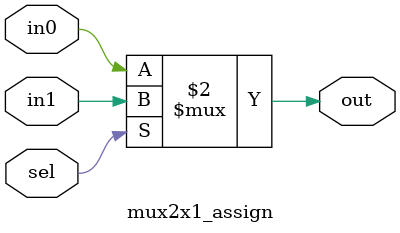
<source format=v>
module mux2x1_assign(input in0, in1, sel,
                     output out);

    assign out = (sel== 1'b0) ? in0 : in1;

endmodule

</source>
